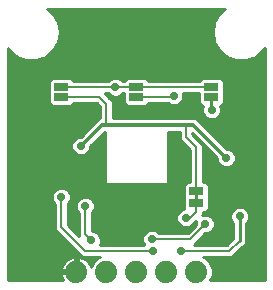
<source format=gbl>
G75*
%MOIN*%
%OFA0B0*%
%FSLAX25Y25*%
%IPPOS*%
%LPD*%
%AMOC8*
5,1,8,0,0,1.08239X$1,22.5*
%
%ADD10C,0.07400*%
%ADD11R,0.05000X0.02500*%
%ADD12C,0.01000*%
%ADD13C,0.02900*%
%ADD14C,0.01200*%
%ADD15C,0.00800*%
%ADD16C,0.00700*%
%ADD17C,0.00906*%
D10*
X0138333Y0045000D03*
X0148333Y0045000D03*
X0158333Y0045000D03*
X0168333Y0045000D03*
X0178333Y0045000D03*
D11*
X0178333Y0068000D03*
X0178333Y0072000D03*
X0183333Y0103400D03*
X0183333Y0106600D03*
X0158333Y0106600D03*
X0158333Y0103400D03*
X0133333Y0103400D03*
X0133333Y0106600D03*
D12*
X0115533Y0119710D02*
X0115533Y0042200D01*
X0133940Y0042200D01*
X0133886Y0042275D01*
X0133514Y0043004D01*
X0133261Y0043782D01*
X0133148Y0044500D01*
X0137833Y0044500D01*
X0137833Y0045500D01*
X0133148Y0045500D01*
X0133261Y0046218D01*
X0133514Y0046996D01*
X0133886Y0047725D01*
X0134367Y0048388D01*
X0134946Y0048966D01*
X0135608Y0049447D01*
X0136337Y0049819D01*
X0137116Y0050072D01*
X0137833Y0050186D01*
X0137833Y0045500D01*
X0138833Y0045500D01*
X0138833Y0050186D01*
X0139551Y0050072D01*
X0140329Y0049819D01*
X0141059Y0049447D01*
X0141721Y0048966D01*
X0142300Y0048388D01*
X0142781Y0047725D01*
X0143152Y0046996D01*
X0143224Y0046776D01*
X0143755Y0048059D01*
X0145274Y0049578D01*
X0146052Y0049900D01*
X0140357Y0049900D01*
X0131233Y0059024D01*
X0131233Y0067645D01*
X0130663Y0068216D01*
X0130183Y0069373D01*
X0130183Y0070627D01*
X0130663Y0071784D01*
X0131549Y0072670D01*
X0132707Y0073150D01*
X0133960Y0073150D01*
X0135118Y0072670D01*
X0136004Y0071784D01*
X0136483Y0070627D01*
X0136483Y0069373D01*
X0136004Y0068216D01*
X0135433Y0067645D01*
X0135433Y0060764D01*
X0139233Y0056964D01*
X0139233Y0064645D01*
X0138663Y0065216D01*
X0138183Y0066373D01*
X0138183Y0067627D01*
X0138663Y0068784D01*
X0139549Y0069670D01*
X0140707Y0070150D01*
X0141960Y0070150D01*
X0143118Y0069670D01*
X0144004Y0068784D01*
X0144483Y0067627D01*
X0144483Y0066373D01*
X0144004Y0065216D01*
X0143433Y0064645D01*
X0143433Y0058650D01*
X0143960Y0058650D01*
X0145118Y0058170D01*
X0146004Y0057284D01*
X0146483Y0056127D01*
X0146483Y0054873D01*
X0146163Y0054100D01*
X0160928Y0054100D01*
X0160828Y0054200D01*
X0160349Y0055358D01*
X0160349Y0056611D01*
X0160828Y0057769D01*
X0161714Y0058655D01*
X0162872Y0059134D01*
X0164125Y0059134D01*
X0165283Y0058655D01*
X0165854Y0058084D01*
X0175448Y0058084D01*
X0178183Y0060820D01*
X0178183Y0061627D01*
X0178363Y0062059D01*
X0177203Y0060900D01*
X0177188Y0060900D01*
X0176618Y0060330D01*
X0175460Y0059850D01*
X0174207Y0059850D01*
X0173049Y0060330D01*
X0172163Y0061216D01*
X0171683Y0062373D01*
X0171683Y0063627D01*
X0172163Y0064784D01*
X0173049Y0065670D01*
X0174133Y0066120D01*
X0174133Y0069954D01*
X0174179Y0070000D01*
X0174133Y0070046D01*
X0174133Y0073954D01*
X0175129Y0074950D01*
X0176283Y0074950D01*
X0176283Y0085651D01*
X0172783Y0089151D01*
X0172783Y0091700D01*
X0168883Y0091700D01*
X0168883Y0074772D01*
X0168561Y0074450D01*
X0148105Y0074450D01*
X0147783Y0074772D01*
X0147783Y0091697D01*
X0142983Y0086897D01*
X0142983Y0086373D01*
X0142504Y0085216D01*
X0141618Y0084330D01*
X0140460Y0083850D01*
X0139207Y0083850D01*
X0138049Y0084330D01*
X0137163Y0085216D01*
X0136683Y0086373D01*
X0136683Y0087627D01*
X0137163Y0088784D01*
X0138049Y0089670D01*
X0139207Y0090150D01*
X0139731Y0090150D01*
X0145881Y0096300D01*
X0146233Y0096300D01*
X0146233Y0100130D01*
X0145063Y0101300D01*
X0137387Y0101300D01*
X0136537Y0100450D01*
X0130129Y0100450D01*
X0129133Y0101446D01*
X0129133Y0108554D01*
X0130129Y0109550D01*
X0136537Y0109550D01*
X0137387Y0108700D01*
X0148979Y0108700D01*
X0149549Y0109270D01*
X0150707Y0109750D01*
X0151960Y0109750D01*
X0153118Y0109270D01*
X0153688Y0108700D01*
X0154279Y0108700D01*
X0155129Y0109550D01*
X0161537Y0109550D01*
X0162387Y0108700D01*
X0179279Y0108700D01*
X0180129Y0109550D01*
X0186537Y0109550D01*
X0187533Y0108554D01*
X0187533Y0101446D01*
X0186537Y0100450D01*
X0186257Y0100450D01*
X0186562Y0099713D01*
X0186562Y0098460D01*
X0186083Y0097302D01*
X0185196Y0096416D01*
X0184039Y0095937D01*
X0182785Y0095937D01*
X0181628Y0096416D01*
X0180742Y0097302D01*
X0180262Y0098460D01*
X0180262Y0099713D01*
X0180567Y0100450D01*
X0180129Y0100450D01*
X0179133Y0101446D01*
X0179133Y0104500D01*
X0173891Y0104500D01*
X0173983Y0104277D01*
X0173983Y0103023D01*
X0173504Y0101866D01*
X0172618Y0100980D01*
X0171460Y0100500D01*
X0170207Y0100500D01*
X0169049Y0100980D01*
X0168729Y0101300D01*
X0162387Y0101300D01*
X0161537Y0100450D01*
X0155129Y0100450D01*
X0154133Y0101446D01*
X0154133Y0104500D01*
X0153688Y0104500D01*
X0153118Y0103930D01*
X0151960Y0103450D01*
X0150707Y0103450D01*
X0149549Y0103930D01*
X0148979Y0104500D01*
X0147803Y0104500D01*
X0149203Y0103100D01*
X0150433Y0101870D01*
X0150433Y0096300D01*
X0178286Y0096300D01*
X0179633Y0094953D01*
X0179633Y0094953D01*
X0188436Y0086150D01*
X0188960Y0086150D01*
X0190118Y0085670D01*
X0191004Y0084784D01*
X0191483Y0083627D01*
X0191483Y0082373D01*
X0191004Y0081216D01*
X0190118Y0080330D01*
X0188960Y0079850D01*
X0187707Y0079850D01*
X0186549Y0080330D01*
X0185663Y0081216D01*
X0185183Y0082373D01*
X0185183Y0082897D01*
X0176883Y0091197D01*
X0176883Y0090849D01*
X0180383Y0087349D01*
X0180383Y0074950D01*
X0181537Y0074950D01*
X0182533Y0073954D01*
X0182533Y0070046D01*
X0182487Y0070000D01*
X0182533Y0069954D01*
X0182533Y0066046D01*
X0181537Y0065050D01*
X0180433Y0065050D01*
X0180433Y0064130D01*
X0180274Y0063971D01*
X0180707Y0064150D01*
X0181960Y0064150D01*
X0183118Y0063670D01*
X0184004Y0062784D01*
X0184483Y0061627D01*
X0184483Y0060373D01*
X0184004Y0059216D01*
X0183118Y0058330D01*
X0181960Y0057850D01*
X0181153Y0057850D01*
X0177403Y0054100D01*
X0188484Y0054100D01*
X0190680Y0056296D01*
X0190680Y0061198D01*
X0190163Y0061716D01*
X0189683Y0062873D01*
X0189683Y0064127D01*
X0190163Y0065284D01*
X0191049Y0066170D01*
X0192207Y0066650D01*
X0193460Y0066650D01*
X0194618Y0066170D01*
X0195504Y0065284D01*
X0195983Y0064127D01*
X0195983Y0062873D01*
X0195504Y0061716D01*
X0194986Y0061198D01*
X0194986Y0054587D01*
X0193725Y0053326D01*
X0193650Y0053326D01*
X0190224Y0049900D01*
X0180615Y0049900D01*
X0181392Y0049578D01*
X0182911Y0048059D01*
X0183733Y0046074D01*
X0183733Y0043926D01*
X0183018Y0042200D01*
X0201133Y0042200D01*
X0201133Y0119710D01*
X0200645Y0118865D01*
X0200645Y0118865D01*
X0200645Y0118865D01*
X0198106Y0116734D01*
X0198106Y0116734D01*
X0194991Y0115600D01*
X0191676Y0115600D01*
X0188561Y0116734D01*
X0188561Y0116734D01*
X0186021Y0118865D01*
X0184364Y0121735D01*
X0183788Y0125000D01*
X0183788Y0125000D01*
X0184364Y0128265D01*
X0184364Y0128265D01*
X0186021Y0131135D01*
X0186021Y0131135D01*
X0186021Y0131135D01*
X0188005Y0132800D01*
X0128661Y0132800D01*
X0130645Y0131135D01*
X0130645Y0131135D01*
X0132303Y0128265D01*
X0132303Y0128265D01*
X0132878Y0125000D01*
X0132878Y0125000D01*
X0132303Y0121735D01*
X0132303Y0121735D01*
X0130645Y0118865D01*
X0130645Y0118865D01*
X0130645Y0118865D01*
X0128106Y0116734D01*
X0128106Y0116734D01*
X0124991Y0115600D01*
X0121676Y0115600D01*
X0118561Y0116734D01*
X0118561Y0116734D01*
X0116021Y0118865D01*
X0116021Y0118865D01*
X0115533Y0119710D01*
X0115533Y0118882D02*
X0116011Y0118882D01*
X0115533Y0117884D02*
X0117190Y0117884D01*
X0118380Y0116885D02*
X0115533Y0116885D01*
X0115533Y0115887D02*
X0120888Y0115887D01*
X0115533Y0114888D02*
X0201133Y0114888D01*
X0201133Y0113890D02*
X0115533Y0113890D01*
X0115533Y0112891D02*
X0201133Y0112891D01*
X0201133Y0111893D02*
X0115533Y0111893D01*
X0115533Y0110894D02*
X0201133Y0110894D01*
X0201133Y0109896D02*
X0115533Y0109896D01*
X0115533Y0108897D02*
X0129476Y0108897D01*
X0129133Y0107899D02*
X0115533Y0107899D01*
X0115533Y0106900D02*
X0129133Y0106900D01*
X0129133Y0105902D02*
X0115533Y0105902D01*
X0115533Y0104903D02*
X0129133Y0104903D01*
X0129133Y0103905D02*
X0115533Y0103905D01*
X0115533Y0102906D02*
X0129133Y0102906D01*
X0129133Y0101908D02*
X0115533Y0101908D01*
X0115533Y0100909D02*
X0129670Y0100909D01*
X0136997Y0100909D02*
X0145454Y0100909D01*
X0146233Y0099911D02*
X0115533Y0099911D01*
X0115533Y0098912D02*
X0146233Y0098912D01*
X0146233Y0097914D02*
X0115533Y0097914D01*
X0115533Y0096915D02*
X0146233Y0096915D01*
X0145497Y0095917D02*
X0115533Y0095917D01*
X0115533Y0094918D02*
X0144499Y0094918D01*
X0143500Y0093920D02*
X0115533Y0093920D01*
X0115533Y0092921D02*
X0142502Y0092921D01*
X0141503Y0091923D02*
X0115533Y0091923D01*
X0115533Y0090924D02*
X0140505Y0090924D01*
X0138665Y0089926D02*
X0115533Y0089926D01*
X0115533Y0088927D02*
X0137306Y0088927D01*
X0136808Y0087929D02*
X0115533Y0087929D01*
X0115533Y0086930D02*
X0136683Y0086930D01*
X0136866Y0085932D02*
X0115533Y0085932D01*
X0115533Y0084933D02*
X0137446Y0084933D01*
X0139003Y0083934D02*
X0115533Y0083934D01*
X0115533Y0082936D02*
X0147783Y0082936D01*
X0147783Y0083934D02*
X0140664Y0083934D01*
X0142221Y0084933D02*
X0147783Y0084933D01*
X0147783Y0085932D02*
X0142800Y0085932D01*
X0143016Y0086930D02*
X0147783Y0086930D01*
X0147783Y0087929D02*
X0144015Y0087929D01*
X0145013Y0088927D02*
X0147783Y0088927D01*
X0147783Y0089926D02*
X0146012Y0089926D01*
X0147010Y0090924D02*
X0147783Y0090924D01*
X0150433Y0096915D02*
X0181129Y0096915D01*
X0180488Y0097914D02*
X0150433Y0097914D01*
X0150433Y0098912D02*
X0180262Y0098912D01*
X0180344Y0099911D02*
X0150433Y0099911D01*
X0150433Y0100909D02*
X0154670Y0100909D01*
X0154133Y0101908D02*
X0150395Y0101908D01*
X0149397Y0102906D02*
X0154133Y0102906D01*
X0154133Y0103905D02*
X0153058Y0103905D01*
X0149609Y0103905D02*
X0148398Y0103905D01*
X0149176Y0108897D02*
X0137190Y0108897D01*
X0125779Y0115887D02*
X0190888Y0115887D01*
X0188380Y0116885D02*
X0128286Y0116885D01*
X0129476Y0117884D02*
X0187190Y0117884D01*
X0186011Y0118882D02*
X0130655Y0118882D01*
X0131232Y0119881D02*
X0185435Y0119881D01*
X0184858Y0120879D02*
X0131808Y0120879D01*
X0132328Y0121878D02*
X0184339Y0121878D01*
X0184163Y0122876D02*
X0132504Y0122876D01*
X0132680Y0123875D02*
X0183987Y0123875D01*
X0183811Y0124873D02*
X0132856Y0124873D01*
X0132725Y0125872D02*
X0183942Y0125872D01*
X0184118Y0126870D02*
X0132549Y0126870D01*
X0132372Y0127869D02*
X0184294Y0127869D01*
X0184712Y0128868D02*
X0131955Y0128868D01*
X0131378Y0129866D02*
X0185289Y0129866D01*
X0185865Y0130865D02*
X0130802Y0130865D01*
X0129778Y0131863D02*
X0186889Y0131863D01*
X0200655Y0118882D02*
X0201133Y0118882D01*
X0201133Y0117884D02*
X0199476Y0117884D01*
X0198286Y0116885D02*
X0201133Y0116885D01*
X0201133Y0115887D02*
X0195779Y0115887D01*
X0201133Y0108897D02*
X0187190Y0108897D01*
X0187533Y0107899D02*
X0201133Y0107899D01*
X0201133Y0106900D02*
X0187533Y0106900D01*
X0187533Y0105902D02*
X0201133Y0105902D01*
X0201133Y0104903D02*
X0187533Y0104903D01*
X0187533Y0103905D02*
X0201133Y0103905D01*
X0201133Y0102906D02*
X0187533Y0102906D01*
X0187533Y0101908D02*
X0201133Y0101908D01*
X0201133Y0100909D02*
X0186997Y0100909D01*
X0186480Y0099911D02*
X0201133Y0099911D01*
X0201133Y0098912D02*
X0186562Y0098912D01*
X0186336Y0097914D02*
X0201133Y0097914D01*
X0201133Y0096915D02*
X0185695Y0096915D01*
X0180666Y0093920D02*
X0201133Y0093920D01*
X0201133Y0094918D02*
X0179668Y0094918D01*
X0178669Y0095917D02*
X0201133Y0095917D01*
X0201133Y0092921D02*
X0181665Y0092921D01*
X0182663Y0091923D02*
X0201133Y0091923D01*
X0201133Y0090924D02*
X0183662Y0090924D01*
X0184660Y0089926D02*
X0201133Y0089926D01*
X0201133Y0088927D02*
X0185659Y0088927D01*
X0186657Y0087929D02*
X0201133Y0087929D01*
X0201133Y0086930D02*
X0187656Y0086930D01*
X0189487Y0085932D02*
X0201133Y0085932D01*
X0201133Y0084933D02*
X0190855Y0084933D01*
X0191356Y0083934D02*
X0201133Y0083934D01*
X0201133Y0082936D02*
X0191483Y0082936D01*
X0191303Y0081937D02*
X0201133Y0081937D01*
X0201133Y0080939D02*
X0190727Y0080939D01*
X0189178Y0079940D02*
X0201133Y0079940D01*
X0201133Y0078942D02*
X0180383Y0078942D01*
X0180383Y0079940D02*
X0187488Y0079940D01*
X0185940Y0080939D02*
X0180383Y0080939D01*
X0180383Y0081937D02*
X0185364Y0081937D01*
X0185145Y0082936D02*
X0180383Y0082936D01*
X0180383Y0083934D02*
X0184146Y0083934D01*
X0183148Y0084933D02*
X0180383Y0084933D01*
X0180383Y0085932D02*
X0182149Y0085932D01*
X0181151Y0086930D02*
X0180383Y0086930D01*
X0180152Y0087929D02*
X0179804Y0087929D01*
X0179154Y0088927D02*
X0178805Y0088927D01*
X0178155Y0089926D02*
X0177807Y0089926D01*
X0177157Y0090924D02*
X0176883Y0090924D01*
X0172783Y0090924D02*
X0168883Y0090924D01*
X0168883Y0089926D02*
X0172783Y0089926D01*
X0173007Y0088927D02*
X0168883Y0088927D01*
X0168883Y0087929D02*
X0174006Y0087929D01*
X0175004Y0086930D02*
X0168883Y0086930D01*
X0168883Y0085932D02*
X0176003Y0085932D01*
X0176283Y0084933D02*
X0168883Y0084933D01*
X0168883Y0083934D02*
X0176283Y0083934D01*
X0176283Y0082936D02*
X0168883Y0082936D01*
X0168883Y0081937D02*
X0176283Y0081937D01*
X0176283Y0080939D02*
X0168883Y0080939D01*
X0168883Y0079940D02*
X0176283Y0079940D01*
X0176283Y0078942D02*
X0168883Y0078942D01*
X0168883Y0077943D02*
X0176283Y0077943D01*
X0176283Y0076945D02*
X0168883Y0076945D01*
X0168883Y0075946D02*
X0176283Y0075946D01*
X0175127Y0074948D02*
X0168883Y0074948D01*
X0174133Y0073949D02*
X0115533Y0073949D01*
X0115533Y0072951D02*
X0132226Y0072951D01*
X0130831Y0071952D02*
X0115533Y0071952D01*
X0115533Y0070954D02*
X0130319Y0070954D01*
X0130183Y0069955D02*
X0115533Y0069955D01*
X0115533Y0068957D02*
X0130356Y0068957D01*
X0130920Y0067958D02*
X0115533Y0067958D01*
X0115533Y0066960D02*
X0131233Y0066960D01*
X0131233Y0065961D02*
X0115533Y0065961D01*
X0115533Y0064963D02*
X0131233Y0064963D01*
X0131233Y0063964D02*
X0115533Y0063964D01*
X0115533Y0062966D02*
X0131233Y0062966D01*
X0131233Y0061967D02*
X0115533Y0061967D01*
X0115533Y0060969D02*
X0131233Y0060969D01*
X0131233Y0059970D02*
X0115533Y0059970D01*
X0115533Y0058972D02*
X0131286Y0058972D01*
X0132284Y0057973D02*
X0115533Y0057973D01*
X0115533Y0056975D02*
X0133283Y0056975D01*
X0134281Y0055976D02*
X0115533Y0055976D01*
X0115533Y0054978D02*
X0135280Y0054978D01*
X0136278Y0053979D02*
X0115533Y0053979D01*
X0115533Y0052981D02*
X0137277Y0052981D01*
X0138275Y0051982D02*
X0115533Y0051982D01*
X0115533Y0050984D02*
X0139274Y0050984D01*
X0138833Y0049985D02*
X0137833Y0049985D01*
X0136848Y0049985D02*
X0115533Y0049985D01*
X0115533Y0048987D02*
X0134974Y0048987D01*
X0134077Y0047988D02*
X0115533Y0047988D01*
X0115533Y0046990D02*
X0133512Y0046990D01*
X0133225Y0045991D02*
X0115533Y0045991D01*
X0115533Y0044993D02*
X0137833Y0044993D01*
X0137833Y0045991D02*
X0138833Y0045991D01*
X0138833Y0046990D02*
X0137833Y0046990D01*
X0137833Y0047988D02*
X0138833Y0047988D01*
X0138833Y0048987D02*
X0137833Y0048987D01*
X0139818Y0049985D02*
X0140272Y0049985D01*
X0141693Y0048987D02*
X0144683Y0048987D01*
X0143726Y0047988D02*
X0142590Y0047988D01*
X0143154Y0046990D02*
X0143313Y0046990D01*
X0133228Y0043994D02*
X0115533Y0043994D01*
X0115533Y0042996D02*
X0133519Y0042996D01*
X0146483Y0054978D02*
X0160506Y0054978D01*
X0160349Y0055976D02*
X0146483Y0055976D01*
X0146132Y0056975D02*
X0160499Y0056975D01*
X0161033Y0057973D02*
X0145315Y0057973D01*
X0143433Y0058972D02*
X0162480Y0058972D01*
X0164518Y0058972D02*
X0176335Y0058972D01*
X0175750Y0059970D02*
X0177334Y0059970D01*
X0177272Y0060969D02*
X0178183Y0060969D01*
X0178270Y0061967D02*
X0178324Y0061967D01*
X0182408Y0063964D02*
X0189683Y0063964D01*
X0189683Y0062966D02*
X0183822Y0062966D01*
X0184342Y0061967D02*
X0190059Y0061967D01*
X0190680Y0060969D02*
X0184483Y0060969D01*
X0184316Y0059970D02*
X0190680Y0059970D01*
X0190680Y0058972D02*
X0183760Y0058972D01*
X0182257Y0057973D02*
X0190680Y0057973D01*
X0190680Y0056975D02*
X0180278Y0056975D01*
X0179279Y0055976D02*
X0190361Y0055976D01*
X0189362Y0054978D02*
X0178281Y0054978D01*
X0173916Y0059970D02*
X0143433Y0059970D01*
X0143433Y0060969D02*
X0172410Y0060969D01*
X0171852Y0061967D02*
X0143433Y0061967D01*
X0143433Y0062966D02*
X0171683Y0062966D01*
X0171823Y0063964D02*
X0143433Y0063964D01*
X0143751Y0064963D02*
X0172341Y0064963D01*
X0173751Y0065961D02*
X0144313Y0065961D01*
X0144483Y0066960D02*
X0174133Y0066960D01*
X0174133Y0067958D02*
X0144346Y0067958D01*
X0143831Y0068957D02*
X0174133Y0068957D01*
X0174135Y0069955D02*
X0142430Y0069955D01*
X0140237Y0069955D02*
X0136483Y0069955D01*
X0136348Y0070954D02*
X0174133Y0070954D01*
X0174133Y0071952D02*
X0135836Y0071952D01*
X0134441Y0072951D02*
X0174133Y0072951D01*
X0178333Y0071500D02*
X0178333Y0068500D01*
X0182533Y0068957D02*
X0201133Y0068957D01*
X0201133Y0069955D02*
X0182532Y0069955D01*
X0182533Y0070954D02*
X0201133Y0070954D01*
X0201133Y0071952D02*
X0182533Y0071952D01*
X0182533Y0072951D02*
X0201133Y0072951D01*
X0201133Y0073949D02*
X0182533Y0073949D01*
X0181540Y0074948D02*
X0201133Y0074948D01*
X0201133Y0075946D02*
X0180383Y0075946D01*
X0180383Y0076945D02*
X0201133Y0076945D01*
X0201133Y0077943D02*
X0180383Y0077943D01*
X0182533Y0067958D02*
X0201133Y0067958D01*
X0201133Y0066960D02*
X0182533Y0066960D01*
X0182449Y0065961D02*
X0190840Y0065961D01*
X0190030Y0064963D02*
X0180433Y0064963D01*
X0194827Y0065961D02*
X0201133Y0065961D01*
X0201133Y0064963D02*
X0195637Y0064963D01*
X0195983Y0063964D02*
X0201133Y0063964D01*
X0201133Y0062966D02*
X0195983Y0062966D01*
X0195608Y0061967D02*
X0201133Y0061967D01*
X0201133Y0060969D02*
X0194986Y0060969D01*
X0194986Y0059970D02*
X0201133Y0059970D01*
X0201133Y0058972D02*
X0194986Y0058972D01*
X0194986Y0057973D02*
X0201133Y0057973D01*
X0201133Y0056975D02*
X0194986Y0056975D01*
X0194986Y0055976D02*
X0201133Y0055976D01*
X0201133Y0054978D02*
X0194986Y0054978D01*
X0194378Y0053979D02*
X0201133Y0053979D01*
X0201133Y0052981D02*
X0193305Y0052981D01*
X0192306Y0051982D02*
X0201133Y0051982D01*
X0201133Y0050984D02*
X0191308Y0050984D01*
X0190309Y0049985D02*
X0201133Y0049985D01*
X0201133Y0048987D02*
X0181983Y0048987D01*
X0182941Y0047988D02*
X0201133Y0047988D01*
X0201133Y0046990D02*
X0183354Y0046990D01*
X0183733Y0045991D02*
X0201133Y0045991D01*
X0201133Y0044993D02*
X0183733Y0044993D01*
X0183733Y0043994D02*
X0201133Y0043994D01*
X0201133Y0042996D02*
X0183348Y0042996D01*
X0139233Y0056975D02*
X0139222Y0056975D01*
X0139233Y0057973D02*
X0138224Y0057973D01*
X0137225Y0058972D02*
X0139233Y0058972D01*
X0139233Y0059970D02*
X0136227Y0059970D01*
X0135433Y0060969D02*
X0139233Y0060969D01*
X0139233Y0061967D02*
X0135433Y0061967D01*
X0135433Y0062966D02*
X0139233Y0062966D01*
X0139233Y0063964D02*
X0135433Y0063964D01*
X0135433Y0064963D02*
X0138916Y0064963D01*
X0138354Y0065961D02*
X0135433Y0065961D01*
X0135433Y0066960D02*
X0138183Y0066960D01*
X0138321Y0067958D02*
X0135746Y0067958D01*
X0136311Y0068957D02*
X0138835Y0068957D01*
X0147783Y0074948D02*
X0115533Y0074948D01*
X0115533Y0075946D02*
X0147783Y0075946D01*
X0147783Y0076945D02*
X0115533Y0076945D01*
X0115533Y0077943D02*
X0147783Y0077943D01*
X0147783Y0078942D02*
X0115533Y0078942D01*
X0115533Y0079940D02*
X0147783Y0079940D01*
X0147783Y0080939D02*
X0115533Y0080939D01*
X0115533Y0081937D02*
X0147783Y0081937D01*
X0161997Y0100909D02*
X0169219Y0100909D01*
X0172448Y0100909D02*
X0179670Y0100909D01*
X0179133Y0101908D02*
X0173521Y0101908D01*
X0173935Y0102906D02*
X0179133Y0102906D01*
X0179133Y0103905D02*
X0173983Y0103905D01*
X0179476Y0108897D02*
X0162190Y0108897D01*
X0154476Y0108897D02*
X0153491Y0108897D01*
D13*
X0151333Y0106600D03*
X0170833Y0103650D03*
X0183412Y0099087D03*
X0188333Y0083000D03*
X0183333Y0074500D03*
X0192833Y0063500D03*
X0181333Y0061000D03*
X0174833Y0063000D03*
X0163499Y0055984D03*
X0163826Y0052008D03*
X0173333Y0052000D03*
X0143333Y0055500D03*
X0141333Y0067000D03*
X0133333Y0070000D03*
X0153333Y0066500D03*
X0139833Y0087000D03*
D14*
X0146833Y0094000D01*
X0148333Y0094000D01*
X0174833Y0094000D01*
X0177333Y0094000D01*
X0188333Y0083000D01*
D15*
X0178333Y0068000D02*
X0178333Y0065000D01*
X0176333Y0063000D01*
X0174833Y0063000D01*
X0181333Y0061000D02*
X0176318Y0055984D01*
X0163499Y0055984D01*
X0163826Y0052008D02*
X0163818Y0052000D01*
X0141227Y0052000D01*
X0133333Y0059894D01*
X0133333Y0070000D01*
X0141333Y0067000D02*
X0141333Y0057500D01*
X0143333Y0055500D01*
X0173333Y0052000D02*
X0189354Y0052000D01*
X0192833Y0055479D01*
X0148333Y0094000D02*
X0148333Y0101000D01*
X0145933Y0103400D01*
X0133333Y0103400D01*
X0133333Y0106600D02*
X0151333Y0106600D01*
X0158333Y0106600D01*
X0183333Y0106600D01*
X0170833Y0103650D02*
X0170583Y0103400D01*
X0158333Y0103400D01*
D16*
X0174833Y0094000D02*
X0174833Y0090000D01*
X0178333Y0086500D01*
X0178333Y0072000D01*
X0183412Y0099087D02*
X0183333Y0099165D01*
X0183333Y0100000D01*
D17*
X0183333Y0103400D01*
X0192833Y0063500D02*
X0192833Y0055479D01*
M02*

</source>
